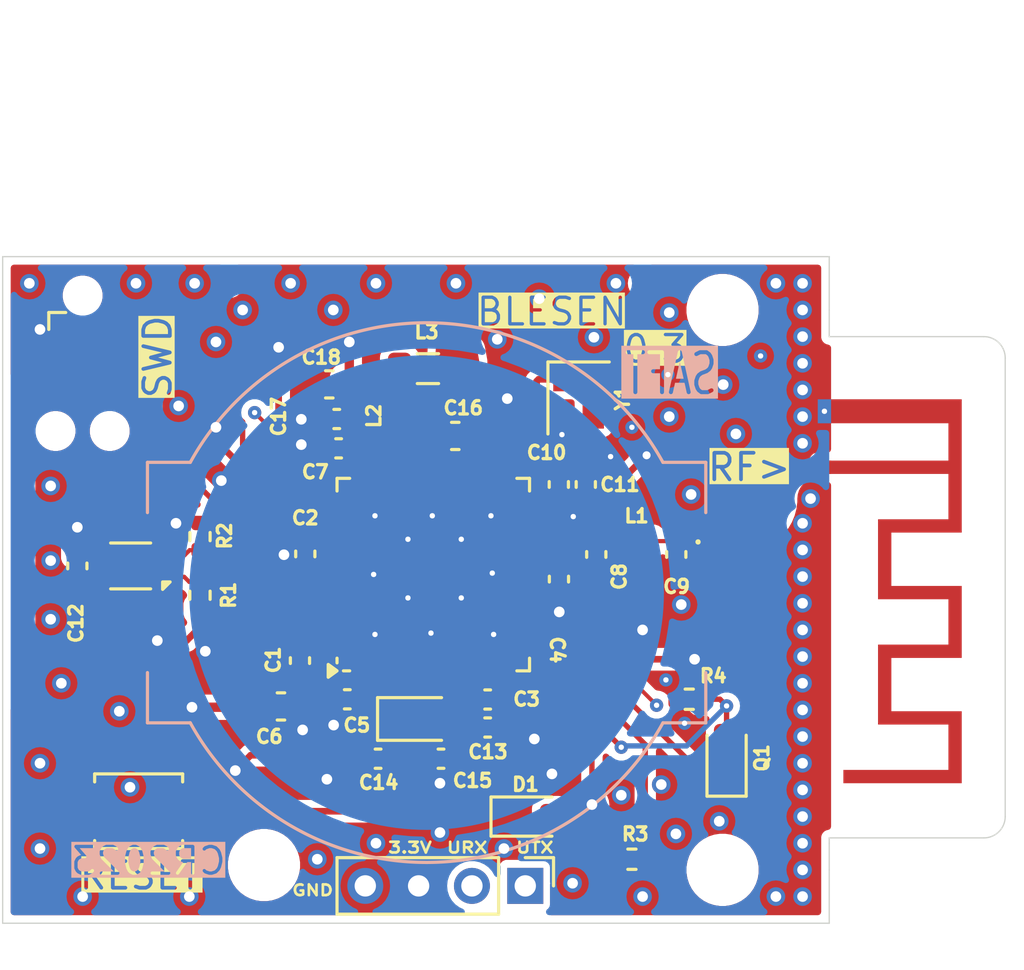
<source format=kicad_pcb>
(kicad_pcb (version 20240108) (generator "pcbnew") (generator_version "8.0")
  (layers (0 "F.Cu" signal) (1 "In1.Cu" signal) (2 "In2.Cu" signal) (31 "B.Cu" signal) (34 "B.Paste" user) (35 "F.Paste" user) (36 "B.SilkS" user "B.Silkscreen") (37 "F.SilkS" user "F.Silkscreen") (38 "B.Mask" user) (39 "F.Mask" user) (44 "Edge.Cuts" user))
  (net 0 "")
  (net 1 "+3.3V")
  (net 2 "GND")
  (net 4 "/RF_FLT_OUT")
  (net 10 "/NRST")
  (net 11 "SWDIO")
  (net 25 "/UART_TX")
  (net 26 "/UART_RX")
  (net 28 "/RF_ST_PIN")
  (net 30 "/RF_FLT_IN")
  (net 31 "/OSC_LSE_IN")
  (net 32 "/OSC_LSE_OUT")
  (net 34 "SDA")
  (net 35 "SCL")
  (net 36 "SWDCLK")
  (net 37 "/OSC_HSE_OUT")
  (net 38 "/OSC_HSE_IN")
  (net 39 "/VFBSMPS")
  (net 40 "Net-(D1-A)")
  (net 41 "/SMPSX")
  (net 42 "/SMPSXL")
  (net 43 "LED")
  (net 44 "PHOTO_OUT")
  (net 45 "PHOTO_V")
  (footprint "Inductor_SMD:L_0402_1005Metric" (layer "F.Cu") (at 142.89 83.13 90)
    (property "Reference" "L2")
    (property "Value" "10nH")
  )
  (footprint "Button_Switch_SMD:SW_SPST_B3U-1000P" (layer "F.Cu") (at 133.1 97.8 180)
    (property "Reference" "RST1" (hide yes))
    (property "Value" "B3U-1000P")
  )
  (footprint "Capacitor_SMD:C_0402_1005Metric" (layer "F.Cu") (at 146.19 93.61)
    (property "Reference" "C3")
    (property "Value" "100n")
  )
  (footprint "DLF162500:DLF162500LT-5028A1" (layer "F.Cu") (at 155.15 87.7)
    (property "Reference" "FLT1" (hide yes))
    (property "Value" "DLF162500LT-5028A1")
  )
  (footprint "Connector_PinHeader_2.00mm:PinHeader_1x04_P2.00mm_Vertical" (layer "F.Cu") (at 147.6 100.6 -90)
    (property "Reference" "J3" (hide yes))
    (property "Value" "~")
  )
  (footprint "Capacitor_SMD:C_0402_1005Metric" (layer "F.Cu") (at 148.863 89.0944 -90)
    (property "Reference" "C4")
    (property "Value" "100n")
  )
  (footprint "Resistor_SMD:R_0402_1005Metric" (layer "F.Cu") (at 135.4 89.7 90)
    (property "Reference" "R1")
    (property "Value" "10k")
  )
  (footprint "Diode_SMD:D_0603_1608Metric" (layer "F.Cu") (at 155.15 95.75 90)
    (property "Reference" "Q1")
    (property "Value" "Q_Photo_NPN")
  )
  (footprint "Capacitor_SMD:C_0402_1005Metric" (layer "F.Cu") (at 139.35 88.15 -90)
    (property "Reference" "C2")
    (property "Value" "100n")
  )
  (footprint "MountingHole:MountingHole_2.2mm_M2_DIN965" (layer "F.Cu") (at 155 79)
    (property "Reference" "H4" (hide yes))
    (property "Value" "MountingHole")
  )
  (footprint "Capacitor_SMD:C_0603_1608Metric" (layer "F.Cu") (at 144.975 83.725)
    (property "Reference" "C16")
    (property "Value" "4u7")
  )
  (footprint "Crystal:Crystal_SMD_2012-2Pin_2.0x1.2mm" (layer "F.Cu") (at 143.26 94.34)
    (property "Reference" "Y2" (hide yes))
    (property "Value" "32.768KHz")
  )
  (footprint "Resistor_SMD:R_0402_1005Metric" (layer "F.Cu") (at 135.4 87.5 -90)
    (property "Reference" "R2")
    (property "Value" "10k")
  )
  (footprint "Capacitor_SMD:C_0402_1005Metric" (layer "F.Cu") (at 146.19 94.66)
    (property "Reference" "C13")
    (property "Value" "100n")
  )
  (footprint "Capacitor_SMD:C_0603_1608Metric" (layer "F.Cu") (at 140.25 81.79 180)
    (property "Reference" "C18")
    (property "Value" "4u7")
  )
  (footprint "Capacitor_SMD:C_0402_1005Metric" (layer "F.Cu") (at 144.44 95.83)
    (property "Reference" "C15")
    (property "Value" "10p")
  )
  (footprint "Capacitor_SMD:C_0402_1005Metric" (layer "F.Cu") (at 150.263 88.1694 -90)
    (property "Reference" "C8")
    (property "Value" "0p8")
  )
  (footprint "Capacitor_SMD:C_0402_1005Metric" (layer "F.Cu") (at 130.8 88.6 -90)
    (property "Reference" "C12")
    (property "Value" "100n")
  )
  (footprint "Capacitor_SMD:C_0402_1005Metric" (layer "F.Cu") (at 148.858018 85.5444 90)
    (property "Reference" "C10")
    (property "Value" "100p")
  )
  (footprint "Capacitor_SMD:C_0402_1005Metric" (layer "F.Cu") (at 149.869678 85.5444 90)
    (property "Reference" "C11")
    (property "Value" "100n")
  )
  (footprint "Sensor_Humidity:Sensirion_DFN-4_1.5x1.5mm_P0.8mm_SHT4x_NoCentralPad" (layer "F.Cu") (at 132.8 88.6 180)
    (property "Reference" "U2" (hide yes))
    (property "Value" "SHT4x")
  )
  (footprint "Capacitor_SMD:C_0402_1005Metric" (layer "F.Cu") (at 139.15 92.15 -90)
    (property "Reference" "C1")
    (property "Value" "100n")
  )
  (footprint "Resistor_SMD:R_0402_1005Metric" (layer "F.Cu") (at 151.6 99.6)
    (property "Reference" "R3")
    (property "Value" "1k")
  )
  (footprint "Capacitor_SMD:C_0402_1005Metric" (layer "F.Cu") (at 140.6 84.19 180)
    (property "Reference" "C7")
    (property "Value" "100n")
  )
  (footprint "MountingHole:MountingHole_2.2mm_M2_DIN965" (layer "F.Cu") (at 155 100)
    (property "Reference" "H2" (hide yes))
    (property "Value" "MountingHole")
  )
  (footprint "Inductor_SMD:L_0805_2012Metric" (layer "F.Cu") (at 143.95 81.2)
    (property "Reference" "L3")
    (property "Value" "10uH")
  )
  (footprint "Inductor_SMD:L_0402_1005Metric" (layer "F.Cu") (at 151.763 87.6694)
    (property "Reference" "L1")
    (property "Value" "2nH7")
  )
  (footprint "Resistor_SMD:R_0402_1005Metric" (layer "F.Cu") (at 153.75 93.6)
    (property "Reference" "R4")
    (property "Value" "470")
  )
  (footprint "LED_SMD:LED_0603_1608Metric" (layer "F.Cu") (at 147.8 98)
    (property "Reference" "D1")
    (property "Value" "LED")
  )
  (footprint "Fiducial:Fiducial_0.5mm_Mask1mm" (layer "F.Cu") (at 136.5 78)
    (property "Reference" "FID1" (hide yes))
    (property "Value" "Fiducial")
  )
  (footprint "Capacitor_SMD:C_0603_1608Metric" (layer "F.Cu") (at 138.438 93.8694)
    (property "Reference" "C6")
    (property "Value" "4u7")
  )
  (footprint "RF_Antenna:Texas_SWRA117D_2.4GHz_Right" (layer "F.Cu") (at 158.82 84.9 -90)
    (property "Reference" "AE1" (hide yes))
    (property "Value" "Antenna")
  )
  (footprint "Fiducial:Fiducial_0.5mm_Mask1mm" (layer "F.Cu") (at 136.5 92.5)
    (property "Reference" "FID2" (hide yes))
    (property "Value" "Fiducial")
  )
  (footprint "Capacitor_SMD:C_0402_1005Metric" (layer "F.Cu") (at 142.08 95.83 180)
    (property "Reference" "C14")
    (property "Value" "10p")
  )
  (footprint "Capacitor_SMD:C_0402_1005Metric" (layer "F.Cu") (at 153.263 88.1694 -90)
    (property "Reference" "C9")
    (property "Value" "0p3")
  )
  (footprint "Capacitor_SMD:C_0402_1005Metric" (layer "F.Cu") (at 140.53 83.09 180)
    (property "Reference" "C17")
    (property "Value" "100n")
  )
  (footprint "MountingHole:MountingHole_2.2mm_M2_DIN965" (layer "F.Cu") (at 137.8 99.82)
    (property "Reference" "H3" (hide yes))
    (property "Value" "MountingHole")
  )
  (footprint "Capacitor_SMD:C_0402_1005Metric" (layer "F.Cu") (at 140.925 93.6024 180)
    (property "Reference" "C5")
    (property "Value" "100n")
  )
  (footprint "Crystal:Crystal_SMD_2016-4Pin_2.0x1.6mm" (layer "F.Cu") (at 149.6 82.3 -90)
    (property "Reference" "Y1")
    (property "Value" "32 MHz")
  )
  (footprint "Connector:Tag-Connect_TC2030-IDC-NL_2x03_P1.27mm_Vertical" (layer "F.Cu") (at 131 81 -90)
    (property "Reference" "J1" (hide yes))
    (property "Value" "Conn_ARM_SWD_TagConnect_TC2030")
  )
  (footprint "Package_DFN_QFN:QFN-48-1EP_7x7mm_P0.5mm_EP5.6x5.6mm" (layer "F.Cu") (at 144.15 88.925 90)
    (property "Reference" "U1" (hide yes))
    (property "Value" "STM32WB55CGUx" (hide yes))
  )
  (footprint "Fiducial:Fiducial_0.5mm_Mask1mm" (layer "F.Cu") (at 152 78)
    (property "Reference" "FID3" (hide yes))
    (property "Value" "Fiducial")
  )
  (footprint "Battery:BatteryHolder_MPD_BC2003_1x2032" (layer "B.Cu") (at 143.9 89.6 180)
    (property "Reference" "BT1" (hide yes))
    (property "Value" "Battery_Cell")
  )
  (gr_line (start 159 98.8) (end 159 99) (stroke (width 0.05)) (layer "Edge.Cuts"))
  (gr_line (start 159 79) (end 159 77) (stroke (width 0.05)) (layer "Edge.Cuts"))
  (gr_line (start 159 102) (end 159 100) (stroke (width 0.05)) (layer "Edge.Cuts"))
  (gr_arc (start 164.8 80) (mid 165.365685 80.234315) (end 165.6 80.8) (stroke (width 0.05)) (layer "Edge.Cuts"))
  (gr_line (start 159 98.8) (end 164.8 98.8) (stroke (width 0.05)) (layer "Edge.Cuts"))
  (gr_line (start 159 100) (end 159 99) (stroke (width 0.05)) (layer "Edge.Cuts"))
  (gr_line (start 159 80) (end 164.8 80) (stroke (width 0.05)) (layer "Edge.Cuts"))
  (gr_line (start 128 102) (end 159 102) (stroke (width 0.05)) (layer "Edge.Cuts"))
  (gr_line (start 165.6 98) (end 165.6 80.8) (stroke (width 0.05)) (layer "Edge.Cuts"))
  (gr_arc (start 165.6 98) (mid 165.365685 98.565685) (end 164.8 98.8) (stroke (width 0.05)) (layer "Edge.Cuts"))
  (gr_line (start 159 79) (end 159 80) (stroke (width 0.05)) (layer "Edge.Cuts"))
  (gr_line (start 128 102) (end 128 77) (stroke (width 0.05)) (layer "Edge.Cuts"))
  (gr_line (start 128 77) (end 159 77) (stroke (width 0.05)) (layer "Edge.Cuts"))
  (gr_text "CR2023" (at 136.45 100.25 0) (layer "B.SilkS" knockout) (effects (font (size 1 1) (thickness 0.125) (bold yes)) (justify left bottom mirror)))
  (gr_text "SAFT" (at 154.875 82.275 0) (layer "B.SilkS" knockout) (effects (font (size 1.5 1)) (justify left bottom mirror)))
  (gr_text "RESET" (at 130.8 100.8 0) (layer "F.SilkS" knockout) (effects (font (size 1 1) (thickness 0.14)) (justify left bottom)))
  (gr_text "BLESEN" (at 145.7 79.65 0) (layer "F.SilkS" knockout) (effects (font (size 1 1) (thickness 0.125) (bold yes)) (justify left bottom)))
  (gr_text "UTX" (at 147.2 99.4 0) (layer "F.SilkS") (effects (font (size 0.4 0.5) (thickness 0.1) (bold yes)) (justify left bottom)))
  (gr_text "RF>" (at 156 84.9 0) (layer "F.SilkS" knockout) (effects (font (size 1 1) (thickness 0.14))))
  (gr_text "URX" (at 144.6 99.4 0) (layer "F.SilkS") (effects (font (size 0.4 0.5) (thickness 0.1) (bold yes)) (justify left bottom)))
  (gr_text "SWD" (at 134.4 82.4 90) (layer "F.SilkS" knockout) (effects (font (size 1 1) (thickness 0.14)) (justify left bottom)))
  (gr_text "0.3" (at 151.2 81.05 0) (layer "F.SilkS" knockout) (effects (font (size 1 1) (thickness 0.125) (bold yes)) (justify left bottom)))
  (gr_text "3.3V" (at 142.4 99.4 0) (layer "F.SilkS") (effects (font (size 0.4 0.5) (thickness 0.1) (bold yes)) (justify left bottom)))
  (gr_text "GND" (at 138.8 101 0) (layer "F.SilkS") (effects (font (size 0.4 0.5) (thickness 0.1) (bold yes)) (justify left bottom)))
  (segment (start 139.15 91.67) (end 138.33 91.67) (width 0.35) (layer "F.Cu") (net 1))
  (segment (start 138.33 91.67) (end 137.663 92.337) (width 0.35) (layer "F.Cu") (net 1))
  (segment (start 141.4 93.5812) (end 141.4212 93.6024) (width 0.25) (layer "F.Cu") (net 1))
  (segment (start 141.8 84.4) (end 141.8 83.65) (width 0.25) (layer "F.Cu") (net 1))
  (segment (start 141 81.765) (end 141.025 81.79) (width 0.35) (layer "F.Cu") (net 1))
  (segment (start 134.9 91.4) (end 135.4 90.9) (width 0.25) (layer "F.Cu") (net 1))
  (segment (start 130.88 88.2) (end 130.8 88.12) (width 0.25) (layer "F.Cu") (net 1))
  (segment (start 149.6 90.1) (end 149.6 88.95) (width 0.25) (layer "F.Cu") (net 1))
  (segment (start 135.31 87) (end 135.4 87.09) (width 0.25) (layer "F.Cu") (net 1))
  (segment (start 145.71 93.61) (end 145.74 93.61) (width 0.15) (layer "F.Cu") (net 1))
  (segment (start 141.01 83.09) (end 141.01 81.805) (width 0.25) (layer "F.Cu") (net 1))
  (segment (start 139.35 87.25) (end 139.35 87.67) (width 0.25) (layer "F.Cu") (net 1))
  (segment (start 140.7075 87.67) (end 140.7125 87.675) (width 0.25) (layer "F.Cu") (net 1))
  (segment (start 148 88.175) (end 148.4394 88.6144) (width 0.25) (layer "F.Cu") (net 1))
  (segment (start 148.4394 88.6144) (end 148.863 88.6144) (width 0.25) (layer "F.Cu") (net 1))
  (segment (start 150.1 95.25) (end 147.9 93.05) (width 0.2) (layer "F.Cu") (net 1))
  (segment (start 145.875 93.05) (end 145.74 93.185) (width 0.2) (layer "F.Cu") (net 1))
  (segment (start 145.71 93.61) (end 145.71 93.59) (width 0.15) (layer "F.Cu") (net 1))
  (segment (start 145.26 93.61) (end 145.71 93.61) (width 0.25) (layer "F.Cu") (net 1))
  (segment (start 136 83.9) (end 139.35 87.25) (width 0.25) (layer "F.Cu") (net 1))
  (segment (start 144.9 92.3625) (end 144.9 93.25) (width 0.25) (layer "F.Cu") (net 1))
  (segment (start 140.375 85) (end 139.15 85) (width 0.25) (layer "F.Cu") (net 1))
  (segment (start 141.4 92.3625) (end 141.4 93.5812) (width 0.25) (layer "F.Cu") (net 1))
  (segment (start 139.15 85) (end 138.35 84.2) (width 0.25) (layer "F.Cu") (net 1))
  (segment (start 147.5875 86.675) (end 148.575 86.675) (width 0.25) (layer "F.Cu") (net 1))
  (segment (start 137.3 95.7) (end 140.3 95.7) (width 0.25) (layer "F.Cu") (net 1))
  (segment (start 152.15 84.45) (end 150.5756 86.0244) (width 0.25) (layer "F.Cu") (net 1))
  (segment (start 153.95 92.1) (end 151.6 92.1) (width 0.25) (layer "F.Cu") (net 1))
  (segment (start 136 83.4) (end 136 83.9) (width 0.25) (layer "F.Cu") (net 1))
  (segment (start 139.35 87.67) (end 140.7075 87.67) (width 0.25) (layer "F.Cu") (net 1))
  (segment (start 133.8 91.4) (end 134.9 91.4) (width 0.25) (layer "F.Cu") (net 1))
  (segment (start 132.1 88.2) (end 130.88 88.2) (width 0.25) (layer "F.Cu") (net 1))
  (segment (start 148.858018 86.0244) (end 149.888 86.0244) (width 0.25) (layer "F.Cu") (net 1))
  (segment (start 141 80.2) (end 141 81.765) (width 0.35) (layer "F.Cu") (net 1))
  (segment (start 151.6 92.1) (end 149.6 90.1) (width 0.25) (layer "F.Cu") (net 1))
  (segment (start 135.1 93.9) (end 137.6324 93.9) (width 0.35) (layer "F.Cu") (net 1))
  (segment (start 137.738 93.7944) (end 137.663 93.8694) (width 0.25) (layer "F.Cu") (net 1))
  (segment (start 149.2644 88.6144) (end 148.863 88.6144) (width 0.25) (layer "F.Cu") (net 1))
  (segment (start 137.6324 93.9) (end 137.663 93.8694) (width 0.35) (layer "F.Cu") (net 1))
  (segment (start 139.155 91.675) (end 139.15 91.67) (width 0.25) (layer "F.Cu") (net 1))
  (segment (start 137.663 92.337) (end 137.663 93.8694) (width 0.35) (layer "F.Cu") (net 1))
  (segment (start 141.9 85.4875) (end 141.9 85.103498) (width 0.25) (layer "F.Cu") (net 1))
  (segment (start 150.1 97.55) (end 150.1 95.25) (width 0.2) (layer "F.Cu") (net 1))
  (segment (start 130.8 87.15) (end 130.8 88.12) (width 0.25) (layer "F.Cu") (net 1))
  (segment (start 141.08 84.295) (end 140.375 85) (width 0.25) (layer "F.Cu") (net 1))
  (segment (start 140.7125 91.675) (end 139.155 91.675) (width 0.25) (layer "F.Cu") (net 1))
  (segment (start 147.9 93.05) (end 145.875 93.05) (width 0.2) (layer "F.Cu") (net 1))
  (segment (start 145.71 93.61) (end 145.71 93.555) (width 0.15) (layer "F.Cu") (net 1))
  (segment (start 135.4 90.9) (end 135.4 90.31) (width 0.25) (layer "F.Cu") (net 1))
  (segment (start 141.24 83.09) (end 141.01 83.09) (width 0.25) (layer "F.Cu") (net 1))
  (segment (start 141.9 85.103498) (end 141.08 84.283498) (width 0.25) (layer "F.Cu") (net 1))
  (segment (start 134.5 87) (end 135.31 87) (width 0.25) (layer "F.Cu") (net 1))
  (segment (start 149.6 88.95) (end 149.2644 88.6144) (width 0.25) (layer "F.Cu") (net 1))
  (segment (start 148.575 86.675) (end 148.858018 86.391982) (width 0.25) (layer "F.Cu") (net 1))
  (segment (start 147.5875 88.175) (end 148 88.175) (width 0.25) (layer "F.Cu") (net 1))
  (segment (start 129.4 79.73) (end 130.365 79.73) (width 0.25) (layer "F.Cu") (net 1))
  (segment (start 141.8 83.65) (end 141.24 83.09) (width 0.25) (layer "F.Cu") (net 1))
  (segment (start 141.08 84.283498) (end 141.08 84.19) (width 0.25) (layer "F.Cu") (net 1))
  (segment (start 148.858018 86.391982) (end 148.858018 86.0244) (width 0.25) (layer "F.Cu") (net 1))
  (segment (start 142.4 85) (end 141.8 84.4) (width 0.25) (layer "F.Cu") (net 1))
  (segment (start 141.08 84.19) (end 141.08 84.295) (width 0.25) (layer "F.Cu") (net 1))
  (segment (start 142.4 85.4875) (end 142.4 85) (width 0.25) (layer "F.Cu") (net 1))
  (segment (start 141.4212 94.5788) (end 141.4212 93.6024) (width 0.25) (layer "F.Cu") (net 1))
  (segment (start 150.5756 86.0244) (end 149.869678 86.0244) (width 0.25) (layer "F.Cu") (net 1))
  (segment (start 136.725 96.275) (end 137.3 95.7) (width 0.25) (layer "F.Cu") (net 1))
  (segment (start 138.35 84.2) (end 138.35 80.5) (width 0.25) (layer "F.Cu") (net 1))
  (segment (start 144.9 93.25) (end 145.26 93.61) (width 0.25) (layer "F.Cu") (net 1))
  (segment (start 145.74 93.185) (end 145.74 93.61) (width 0.2) (layer "F.Cu") (net 1))
  (segment (start 140.3 95.7) (end 141.4212 94.5788) (width 0.25) (layer "F.Cu") (net 1))
  (via (at 141 80.2) (size 0.7) (drill 0.4) (layers "F.Cu" "B.Cu") (net 1))
  (via (at 134.5 87) (size 0.7) (drill 0.4) (layers "F.Cu" "B.Cu") (net 1))
  (via (at 133.8 91.4) (size 0.7) (drill 0.4) (layers "F.Cu" "B.Cu") (net 1))
  (via (at 136 83.4) (size 0.7) (drill 0.4) (layers "F.Cu" "B.Cu") (net 1))
  (via (at 135.1 93.9) (size 0.7) (drill 0.4) (layers "F.Cu" "B.Cu") (net 1))
  (via (at 152.15 84.45) (size 0.7) (drill 0.3) (layers "F.Cu" "B.Cu") (net 1))
  (via (at 153.95 92.1) (size 0.7) (drill 0.4) (layers "F.Cu" "B.Cu") (net 1))
  (via (at 138.35 80.4) (size 0.7) (drill 0.4) (layers "F.Cu" "B.Cu") (net 1))
  (via (at 136.725 96.275) (size 0.7) (drill 0.4) (layers "F.Cu" "B.Cu") (net 1))
  (via (at 130.8 87.15) (size 0.7) (drill 0.4) (layers "F.Cu" "B.Cu") (net 1))
  (via (at 129.4 79.73) (size 0.8) (drill 0.4) (layers "F.Cu" "B.Cu") (net 1))
  (via (at 150.1 97.55) (size 0.7) (drill 0.4) (layers "F.Cu" "B.Cu") (net 1))
  (arc (start 137.663 93.8694) (mid 137.759874 93.829274) (end 137.8 93.7324) (width 0.25) (layer "F.Cu") (net 1))
  (arc (start 141.01 81.805) (mid 141.014393 81.794393) (end 141.025 81.79) (width 0.25) (layer "F.Cu") (net 1))
  (segment (start 139.214 93.8434) (end 139.227 93.8564) (width 0.25) (layer "F.Cu") (net 2))
  (segment (start 139 88.63) (end 139.35 88.63) (width 0.25) (layer "F.Cu") (net 2))
  (segment (start 148.975 83.075) (end 149.05 83) (width 0.5) (layer "F.Cu") (net 2))
  (segment (start 147.5875 87.175) (end 145.9 87.175) (width 0.25) (layer "F.Cu") (net 2))
  (segment (start 138.55 88.18) (end 139 88.63) (width 0.25) (layer "F.Cu") (net 2))
  (segment (start 143.4 85.4875) (end 143.4 88.175) (width 0.25) (layer "F.Cu") (net 2))
  (segment (start 149.05 83) (end 149.05 82.8) (width 0.25) (layer "F.Cu") (net 2))
  (segment (start 148.975 83.675) (end 148.975 83.075) (width 0.5) (layer "F.Cu") (net 2))
  (segment (start 150.15 81.854) (end 150.15 81.6) (width 0.25) (layer "F.Cu") (net 2))
  (segment (start 143.4 88.175) (end 144.15 88.925) (width 0.25) (layer "F.Cu") (net 2))
  (via (at 148.875 90.325) (size 0.7) (drill 0.4) (layers "F.Cu" "B.Cu") (net 2))
  (via (at 145.2 89.8) (size 0.5) (drill 0.2) (layers "F.Cu" "B.Cu") (net 2))
  (via (at 140.16 96.6) (size 0.7) (drill 0.4) (layers "F.Cu" "B.Cu") (net 2))
  (via (at 158 79) (size 0.7) (drill 0.4) (layers "F.Cu" "B.Cu") (net 2))
  (via (at 141.963 86.7194) (size 0.5) (drill 0.2) (layers "F.Cu" "B.Cu") (net 2))
  (via (at 145.2 87.6) (size 0.5) (drill 0.2) (layers "F.Cu" "B.Cu") (net 2))
  (via (at 129.4 96) (size 0.7) (drill 0.4) (layers "F.Cu" "B.Cu") (net 2))
  (via (at 135.6 91.8) (size 0.7) (drill 0.4) (layers "F.Cu" "B.Cu") (net 2))
  (via (at 152 101) (size 0.7) (drill 0.4) (layers "F.Cu" "B.Cu") (net 2))
  (via (at 130.2 93) (size 0.7) (drill 0.4) (layers "F.Cu" "B.Cu") (net 2))
  (via (at 146.413 91.1694) (size 0.5) (drill 0.2) (layers "F.Cu" "B.Cu") (net 2))
  (via (at 158 93) (size 0.7) (drill 0.4) (layers "F.Cu" "B.Cu") (net 2))
  (via (at 146.8 99.2) (size 0.7) (drill 0.4) (layers "F.Cu" "B.Cu") (net 2))
  (via (at 149.375 100.5) (size 0.7) (drill 0.4) (layers "F.Cu" "B.Cu") (net 2))
  (via (at 148.975 83.675) (size 0.5) (drill 0.2) (layers "F.Cu" "B.Cu") (net 2))
  (via (at 158 81) (size 0.7) (drill 0.4) (layers "F.Cu" "B.Cu") (net 2))
  (via (at 158.3 86.075) (size 0.7) (drill 0.4) (layers "F.Cu" "B.Cu") (net 2))
  (via (at 158 78) (size 0.7) (drill 0.4) (layers "F.Cu" "B.Cu") (net 2))
  (via (at 158 83) (size 0.7) (drill 0.4) (layers "F.Cu" "B.Cu") (net 2))
  (via (at 131 101) (size 0.7) (drill 0.4) (layers "F.Cu" "B.Cu") (net 2))
  (via (at 134.6 82.6) (size 0.7) (drill 0.4) (layers "F.Cu" "B.Cu") (net 2))
  (via (at 143.2 89.8) (size 0.5) (drill 0.2) (layers "F.Cu" "B.Cu") (net 2))
  (via (at 155.5 83.65) (size 0.7) (drill 0.4) (layers "F.Cu" "B.Cu") (net 2))
  (via (at 152.7 96.8) (size 0.7) (drill 0.4) (layers "F.Cu" "B.Cu") (net 2))
  (via (at 129.8 85.6) (size 0.7) (drill 0.4) (layers "F.Cu" "B.Cu") (net 2))
  (via (at 132.775 96.9) (size 0.7) (drill 0.4) (layers "F.Cu" "B.Cu") (net 2))
  (via (at 129.8 88.4) (size 0.7) (drill 0.4) (layers "F.Cu" "B.Cu") (net 2))
  (via (at 158 89) (size 0.7) (drill 0.4) (layers "F.Cu" "B.Cu") (net 2))
  (via (at 142 99) (size 0.7) (drill 0.4) (layers "F.Cu" "B.Cu") (net 2))
  (via (at 158 101) (size 0.7) (drill 0.4) (layers "F.Cu" "B.Cu") (net 2))
  (via (at 144.4 96.75) (size 0.7) (drill 0.4) (layers "F.Cu" "B.Cu") (net 2))
  (via (at 139.2 84.05) (size 0.7) (drill 0.4) (layers "F.Cu" "B.Cu") (net 2))
  (via (at 139.2 83.1) (size 0.7) (drill 0.4) (layers "F.Cu" "B.Cu") (net 2))
  (via (at 139.25 94.75) (size 0.7) (drill 0.4) (layers "F.Cu" "B.Cu") (net 2))
  (via (at 139.8 99.6) (size 0.7) (drill 0.4) (layers "F.Cu" "B.Cu") (net 2))
  (via (at 153.25 98.65) (size 0.7) (drill 0.4) (layers "F.Cu" "B.Cu") (net 2))
  (via (at 152.95 81.425) (size 0.5) (drill 0.2) (layers "F.Cu" "B.Cu") (net 2))
  (via (at 138.55 88.18) (size 0.7) (drill 0.4) (layers "F.Cu" "B.Cu") (net 2))
  (via (at 148.6 96.4) (size 0.7) (drill 0.4) (layers "F.Cu" "B.Cu") (net 2))
  (via (at 158 99) (size 0.7) (drill 0.4) (layers "F.Cu" "B.Cu") (net 2))
  (via (at 135 101) (size 0.7) (drill 0.4) (layers "F.Cu" "B.Cu") (net 2))
  (via (at 140.4 79) (size 0.7) (drill 0.4) (layers "F.Cu" "B.Cu") (net 2))
  (via (at 146.363 88.8694) (size 0.5) (drill 0.2) (layers "F.Cu" "B.Cu") (net 2))
  (via (at 135.2 78) (size 0.7) (drill 0.4) (layers "F.Cu" "B.Cu") (net 2))
  (via (at 158 91) (size 0.7) (drill 0.4) (layers "F.Cu" "B.Cu") (net 2))
  (via (at 153.82 85.92) (size 0.7) (drill 0.4) (layers "F.Cu" "B.Cu") (net 2))
  (via (at 149.4 86.75) (size 0.5) (drill 0.2) (layers "F.Cu" "B.Cu") (net 2))
  (via (at 158 94) (size 0.7) (drill 0.4) (layers "F.Cu" "B.Cu") (net 2))
  (via (at 136.2 85.4) (size 0.7) (drill 0.4) (layers "F.Cu" "B.Cu") (net 2))
  (via (at 133 78) (size 0.7) (drill 0.4) (layers "F.Cu" "B.Cu") (net 2))
  (via (at 158 87) (size 0.7) (drill 0.4) (layers "F.Cu" "B.Cu") (net 2))
  (via (at 138.8 78) (size 0.7) (drill 0.4) (layers "F.Cu" "B.Cu") (net 2))
  (via (at 153 79.1) (size 0.7) (drill 0.4) (layers "F.Cu" "B.Cu") (net 2))
  (via (at 132.375 94.05) (size 0.7) (drill 0.4) (layers "F.Cu" "B.Cu") (net 2))
  (via (at 150.175 80.025) (size 0.7) (drill 0.4) (layers "F.Cu" "B.Cu") (net 2))
  (via (at 157 101) (size 0.7) (drill 0.4) (layers "F.Cu" "B.Cu") (net 2))
  (via (at 146.313 86.7194) (size 0.5) (drill 0.2) (layers "F.Cu" "B.Cu") (net 2))
  (via (at 158 98) (size 0.7) (drill 0.4) (layers "F.Cu" "B.Cu") (net 2))
  (via (at 142 78) (size 0.7) (drill 0.4) (layers "F.Cu" "B.Cu") (net 2))
  (via (at 154.875 98.175) (size 0.7) (drill 0.4) (layers "F.Cu" "B.Cu") (net 2))
  (via (at 158 100) (size 0.7) (drill 0.4) (layers "F.Cu" "B.Cu") (net 2))
  (via (at 151.2 97.2) (size 0.7) (drill 0.4) (layers "F.Cu" "B.Cu") (net 2))
  (via (at 158 84) (size 0.7) (drill 0.4) (layers "F.Cu" "B.Cu") (net 2))
  (via (at 136 80.2) (size 0.7) (drill 0.4) (layers "F.Cu" "B.Cu") (net 2))
  (via (at 144.063 91.1194) (size 0.5) (drill 0.2) (layers "F.Cu" "B.Cu") (net 2))
  (via (at 158 82) (size 0.7) (drill 0.4) (layers "F.Cu" "B.Cu") (net 2))
  (via (at 152.875 92.875) (size 0.5) (drill 0.2) (layers "F.Cu" "B.Cu") (net 2))
  (via (at 148.125 78.575) (size 0.7) (drill 0.4) (layers "F.Cu" "B.Cu") (net 2))
  (via (at 153 83) (size 0.7) (drill 0.4) (layers "F.Cu" "B.Cu") (net 2))
  (via (at 144.4 98.6) (size 0.7) (drill 0.4) (layers "F.Cu" "B.Cu") (net 2))
  (via (at 146.55 80.1) (size 0.7) (drill 0.4) (layers "F.Cu" "B.Cu") (net 2))
  (via (at 153.575 94.5) (size 0.5) (drill 0.2) (layers "F.Cu" "B.Cu") (net 2))
  (via (at 147.94 95.09) (size 0.7) (drill 0.4) (layers "F.Cu" "B.Cu") (net 2))
  (via (at 158 92) (size 0.7) (drill 0.4) (layers "F.Cu" "B.Cu") (net 2))
  (via (at 158 95) (size 0.7) (drill 0.4) (layers "F.Cu" "B.Cu") (net 2))
  (via (at 129.8 90.6) (size 0.7) (drill 0.4) (layers "F.Cu" "B.Cu") (net 2))
  (via (at 141.913 88.9194) (size 0.5) (drill 0.2) (layers "F.Cu" "B.Cu") (net 2))
  (via (at 157 78) (size 0.7) (drill 0.4) (layers "F.Cu" "B.Cu") (net 2))
  (via (at 153.45 90.05) (size 0.7) (drill 0.4) (layers "F.Cu" "B.Cu") (net 2))
  (via (at 158 90) (size 0.7) (drill 0.4) (layers "F.Cu" "B.Cu") (net 2))
  (via (at 158 88) (size 0.7) (drill 0.4) (layers "F.Cu" "B.Cu") (net 2))
  (via (at 129.4 99.2) (size 0.7) (drill 0.4) (layers "F.Cu" "B.Cu") (net 2))
  (via (at 141.963 91.1694) (size 0.5) (drill 0.2) (layers "F.Cu" "B.Cu") (net 2))
  (via (at 158 80) (size 0.7) (drill 0.4) (layers "F.Cu" "B.Cu") (net 2))
  (via (at 145 78) (size 0.7) (drill 0.4) (layers "F.Cu" "B.Cu") (net 2))
  (via (at 144.113 86.7194) (size 0.5) (drill 0.2) (layers "F.Cu" "B.Cu") (net 2))
  (via (at 158 97) (size 0.7) (drill 0.4) (layers "F.Cu" "B.Cu") (net 2))
  (via (at 155.025 81.8) (size 0.7) (drill 0.4) (layers "F.Cu" "B.Cu") (net 2))
  (via (at 143.2 87.6) (size 0.5) (drill 0.2) (layers "F.Cu" "B.Cu") (net 2))
  (via (at 129 78) (size 0.7) (drill 0.4) (layers "F.Cu" "B.Cu") (net 2))
  (via (at 146.925 82.325) (size 0.7) (drill 0.4) (layers "F.Cu" "B.Cu") (net 2))
  (via (at 137 79) (size 0.7) (drill 0.4) (layers "F.Cu" "B.Cu") (net 2))
  (via (at 158 96) (size 0.7) (drill 0.4) (layers "F.Cu" "B.Cu") (net 2))
  (via (at 152 91) (size 0.7) (drill 0.4) (layers "F.Cu" "B.Cu") (net 2))
  (via (at 151 78) (size 0.7) (drill 0.4) (layers "F.Cu" "B.Cu") (net 2))
  (via (at 140.413 94.5694) (size 0.7) (drill 0.4) (layers "F.Cu" "B.Cu") (net 2))
  (via (at 150.8 84.5) (size 0.5) (drill 0.2) (layers "F.Cu" "B.Cu") (net 2))
  (via (at 151.6 83.4) (size 0.5) (drill 0.2) (layers "F.Cu" "B.Cu") (net 2))
  (via (at 156.425 80.725) (size 0.5) (drill 0.2) (layers "F.Cu" "B.Cu") (net 2))
  (arc (start 145.9 87.175) (mid 144.662563 87.687563) (end 144.15 88.925) (width 0.25) (layer "F.Cu") (net 2))
  (segment (start 137.675 93.9) (end 137.7 93.875) (width 0.3) (layer "B.Cu") (net 2))
  (segment (start 155.7825 87.68) (end 155.7625 87.7) (width 0.1565) (layer "F.Cu") (net 4))
  (segment (start 155.82 87.68) (end 155.7825 87.68) (width 0.1565) (layer "F.Cu") (net 4))
  (segment (start 158.82 84.9) (end 158.6 84.9) (width 0.1565) (layer "F.Cu") (net 4))
  (arc (start 157.425 86.075) (mid 156.954906 87.209906) (end 155.82 87.68) (width 0.1565) (layer "F.Cu") (net 4))
  (arc (start 158.6 84.9) (mid 157.76915 85.24415) (end 157.425 86.075) (width 0.1565) (layer "F.Cu") (net 4))
  (segment (start 145.05 97.8) (end 134.8 97.8) (width 0.25) (layer "F.Cu") (net 10))
  (segment (start 145.71 97.14) (end 145.05 97.8) (width 0.25) (layer "F.Cu") (net 10))
  (segment (start 145.71 94.66) (end 145.75 94.7) (width 0.2) (layer "F.Cu") (net 10))
  (segment (start 129.9 94.2) (end 129.4 94.2) (width 0.25) (layer "F.Cu") (net 10))
  (segment (start 129.6 81) (end 130.365 81) (width 0.25) (layer "F.Cu") (net 10))
  (segment (start 128.8 81.8) (end 129.6 81) (width 0.25) (layer "F.Cu") (net 10))
  (segment (start 131.2 95.5) (end 129.9 94.2) (width 0.25) (layer "F.Cu") (net 10))
  (segment (start 144.4 92.3625) (end 144.4 93.35) (width 0.2) (layer "F.Cu") (net 10))
  (segment (start 134.8 97.8) (end 134.8 96.3) (width 0.25) (layer "F.Cu") (net 10))
  (segment (start 145.71 94.66) (end 145.71 97.14) (width 0.25) (layer "F.Cu") (net 10))
  (segment (start 129.4 94.2) (end 128.8 93.6) (width 0.25) (layer "F.Cu") (net 10))
  (segment (start 144.4 93.35) (end 145.71 94.66) (width 0.2) (layer "F.Cu") (net 10))
  (segment (start 134 95.5) (end 131.2 95.5) (width 0.25) (layer "F.Cu") (net 10))
  (segment (start 134.8 96.3) (end 134 95.5) (width 0.25) (layer "F.Cu") (net 10))
  (segment (start 128.8 93.6) (end 128.8 81.8) (width 0.25) (layer "F.Cu") (net 10))
  (segment (start 137 84.05) (end 137 83.2) (width 0.2) (layer "F.Cu") (net 11))
  (segment (start 140.7125 87.175) (end 140.125 87.175) (width 0.2) (layer "F.Cu") (net 11))
  (segment (start 133.6 79.8) (end 131.705 79.8) (width 0.2) (layer "F.Cu") (net 11))
  (segment (start 140.125 87.175) (end 137 84.05) (width 0.2) (layer "F.Cu") (net 11))
  (segment (start 137 83.2) (end 133.6 79.8) (width 0.2) (layer "F.Cu") (net 11))
  (segment (start 131.705 79.8) (end 131.635 79.73) (width 0.2) (layer "F.Cu") (net 11))
  (segment (start 148.024999 89.175) (end 147.5875 89.175) (width 0.15) (layer "F.Cu") (net 25))
  (segment (start 149.675 90.975) (end 148.625 90.975) (width 0.15) (layer "F.Cu") (net 25))
  (segment (start 148.227 89.377001) (end 148.024999 89.175) (width 0.15) (layer "F.Cu") (net 25))
  (segment (start 148.227 90.577) (end 148.227 89.377001) (width 0.15) (layer "F.Cu") (net 25))
  (segment (start 148.625 90.975) (end 148.227 90.577) (width 0.15) (layer "F.Cu") (net 25))
  (segment (start 152.525 93.825) (end 149.675 90.975) (width 0.15) (layer "F.Cu") (net 25))
  (via (at 152.525 93.825) (size 0.5) (drill 0.2) (layers "F.Cu" "B.Cu") (net 25))
  (segment (start 137.45 82.85) (end 137.8 83.2) (width 0.15) (layer "F.Cu") (net 26))
  (segment (start 137.8 84.225) (end 139.0625 85.4875) (width 0.15) (layer "F.Cu") (net 26))
  (segment (start 139.0625 85.4875) (end 141.4 85.4875) (width 0.15) (layer "F.Cu") (net 26))
  (segment (start 137.8 83.2) (end 137.8 84.225) (width 0.15) (layer "F.Cu") (net 26))
  (via (at 137.45 82.85) (size 0.5) (drill 0.2) (layers "F.Cu" "B.Cu") (net 26))
  (segment (start 147.5875 87.675) (end 150.2486 87.675) (width 0.1565) (layer "F.Cu") (net 28))
  (segment (start 151.258 87.6894) (end 151.278 87.6694) (width 0.1565) (layer "F.Cu") (net 28))
  (segment (start 150.263 87.6894) (end 151.258 87.6894) (width 0.1565) (layer "F.Cu") (net 28))
  (segment (start 150.2486 87.675) (end 150.263 87.6894) (width 0.1565) (layer "F.Cu") (net 28))
  (segment (start 153.263 87.6894) (end 154.3969 87.6894) (width 0.1565) (layer "F.Cu") (net 30))
  (segment (start 153.243 87.6694) (end 153.263 87.6894) (width 0.1565) (layer "F.Cu") (net 30))
  (segment (start 152.248 87.6694) (end 153.243 87.6694) (width 0.1565) (layer "F.Cu") (net 30))
  (segment (start 141.9 93.02) (end 141.9 92.3625) (width 0.25) (layer "F.Cu") (net 31))
  (segment (start 142.56 95.83) (end 142.56 94.34) (width 0.25) (layer "F.Cu") (net 31))
  (segment (start 142.56 93.68) (end 141.9 93.02) (width 0.25) (layer "F.Cu") (net 31))
  (segment (start 142.56 94.34) (end 142.56 93.68) (width 0.25) (layer "F.Cu") (net 31))
  (segment (start 142.85 93.2) (end 143.475 93.2) (width 0.25) (layer "F.Cu") (net 32))
  (segment (start 143.96 93.685) (end 143.96 94.34) (width 0.25) (layer "F.Cu") (net 32))
  (segment (start 142.4 92.75) (end 142.85 93.2) (width 0.25) (layer "F.Cu") (net 32))
  (segment (start 142.4 92.3625) (end 142.4 92.75) (width 0.25) (layer "F.Cu") (net 32))
  (segment (start 143.475 93.2) (end 143.96 93.685) (width 0.25) (layer "F.Cu") (net 32))
  (segment (start 143.96 95.83) (end 143.96 94.34) (width 0.25) (layer "F.Cu") (net 32))
  (segment (start 135.49 89.2) (end 135.4 89.29) (width 0.157) (layer "F.Cu") (net 34))
  (segment (start 135 89.2) (end 134.81 89.01) (width 0.157) (layer "F.Cu") (net 34))
  (segment (start 137.8 90.8) (end 136.2 89.2) (width 0.157) (layer "F.Cu") (net 34))
  (segment (start 140.7125 91.175) (end 139.975 91.175) (width 0.157) (layer "F.Cu") (net 34))
  (segment (start 136.2 89.2) (end 135.49 89.2) (width 0.157) (layer "F.Cu") (net 34))
  (segment (start 134.81 89.01) (end 133.49 89.01) (width 0.157) (layer "F.Cu") (net 34))
  (segment (start 135.39 89.2) (end 135 89.2) (width 0.157) (layer "F.Cu") (net 34))
  (segment (start 139.6 90.8) (end 137.8 90.8) (width 0.157) (layer "F.Cu") (net 34))
  (segment (start 139.975 91.175) (end 139.6 90.8) (width 0.157) (layer "F.Cu") (net 34))
  (segment (start 140.225 90.675) (end 139.975 90.675) (width 0.157) (layer "F.Cu") (net 35))
  (segment (start 134.82 88.2) (end 133.5 88.2) (width 0.157) (layer "F.Cu") (net 35))
  (segment (start 135.4 88.01) (end 135.01 88.01) (width 0.157) (layer "F.Cu") (net 35))
  (segment (start 136.225 88.01) (end 135.4 88.01) (width 0.157) (layer "F.Cu") (net 35))
  (segment (start 140.7125 90.675) (end 140.225 90.675) (width 0.25) (layer "F.Cu") (net 35))
  (segment (start 139.25 89.95) (end 138.165 89.95) (width 0.157) (layer "F.Cu") (net 35))
  (segment (start 139.975 90.675) (end 139.25 89.95) (width 0.157) (layer "F.Cu") (net 35))
  (segment (start 135.01 88.01) (end 134.82 88.2) (width 0.157) (layer "F.Cu") (net 35))
  (segment (start 138.165 89.95) (end 136.225 88.01) (width 0.157) (layer "F.Cu") (net 35))
  (segment (start 139.7 89.3) (end 138.853998 89.3) (width 0.2) (layer "F.Cu") (net 36))
  (segment (start 133.6 83.85) (end 133.6 82.4) (width 0.2) (layer "F.Cu") (net 36))
  (segment (start 140.225 88.175) (end 140 88.4) (width 0.2) (layer "F.Cu") (net 36))
  (segment (start 140.7125 88.175) (end 140.225 88.175) (width 0.2) (layer "F.Cu") (net 36))
  (segment (start 138.853998 89.3) (end 137.973 88.419002) (width 0.2) (layer "F.Cu") (net 36))
  (segment (start 137.973 88.419002) (end 137.973 88.223) (width 0.2) (layer "F.Cu") (net 36))
  (segment (start 140 88.4) (end 140 89) (width 0.2) (layer "F.Cu") (net 36))
  (segment (start 133.6 82.4) (end 132.2 81) (width 0.2) (layer "F.Cu") (net 36))
  (segment (start 137.973 88.223) (end 133.6 83.85) (width 0.2) (layer "F.Cu") (net 36))
  (segment (start 132.2 81) (end 131.635 81) (width 0.2) (layer "F.Cu") (net 36))
  (segment (start 140 89) (end 139.7 89.3) (width 0.2) (layer "F.Cu") (net 36))
  (segment (start 147.6 84.925) (end 148.3 84.225) (width 0.25) (layer "F.Cu") (net 37))
  (segment (start 147.6 86.1625) (end 147.6 84.925) (width 0.25) (layer "F.Cu") (net 37))
  (segment (start 150.15 83.825) (end 150.15 83) (width 0.25) (layer "F.Cu") (net 37))
  (segment (start 148.3 84.225) (end 149.75 84.225) (width 0.25) (layer "F.Cu") (net 37))
  (segment (start 147.5875 86.175) (end 147.6 86.1625) (width 0.25) (layer "F.Cu") (net 37))
  (segment (start 149.75 84.225) (end 150.15 83.825) (width 0.25) (layer "F.Cu") (net 37))
  (segment (start 148.025 83.575) (end 148.025 81.675) (width 0.25) (layer "F.Cu") (net 38))
  (segment (start 148.1 81.6) (end 148.025 81.675) (width 0.25) (layer "F.Cu") (net 38))
  (segment (start 149.05 81.6) (end 148.1 81.6) (width 0.25) (layer "F.Cu") (net 38))
  (segment (start 146.9 85.4875) (end 146.9 84.7) (width 0.25) (layer "F.Cu") (net 38))
  (segment (start 146.9 84.7) (end 148.025 83.575) (width 0.25) (layer "F.Cu") (net 38))
  (segment (start 143.9 84.95) (end 143.9 84.675) (width 0.5) (layer "F.Cu") (net 39))
  (segment (start 143.9 84.95) (end 143.9 85.4875) (width 0.25) (layer "F.Cu") (net 39))
  (segment (start 150.8 99.6) (end 149.2 98) (width 0.25) (layer "F.Cu") (net 40))
  (segment (start 151.09 99.6) (end 150.8 99.6) (width 0.25) (layer "F.Cu") (net 40))
  (segment (start 149.2 98) (end 148.5875 98) (width 0.25) (layer "F.Cu") (net 40))
  (segment (start 142.9 83.625) (end 142.89 83.615) (width 0.5) (layer "F.Cu") (net 41))
  (segment (start 142.9 85.4875) (end 142.9 84.95) (width 0.25) (layer "F.Cu") (net 41))
  (segment (start 142.9 84.95) (end 142.9 83.625) (width 0.5) (layer "F.Cu") (net 41))
  (segment (start 142.89 81.2275) (end 142.8625 81.2) (width 0.5) (layer "F.Cu") (net 42))
  (segment (start 142.89 82.3425) (end 142.89 81.2275) (width 0.5) (layer "F.Cu") (net 42))
  (segment (start 152.1 99.59) (end 152.11 99.6) (width 0.2) (layer "F.Cu") (net 43))
  (segment (start 148.375 91.8) (end 148.6 91.8) (width 0.2) (layer "F.Cu") (net 43))
  (segment (start 148.6 91.8) (end 152.1 95.3) (width 0.2) (layer "F.Cu") (net 43))
  (segment (start 147.5875 91.675) (end 148.25 91.675) (width 0.2) (layer "F.Cu") (net 43))
  (segment (start 152.1 95.3) (end 152.1 99.59) (width 0.2) (layer "F.Cu") (net 43))
  (segment (start 148.25 91.675) (end 148.375 91.8) (width 0.2) (layer "F.Cu") (net 43))
  (segment (start 147.5875 91.675) (end 147.885 91.675) (width 0.2) (layer "F.Cu") (net 43))
  (segment (start 154.9 93.6) (end 154.26 93.6) (width 0.2) (layer "F.Cu") (net 44))
  (segment (start 155.15 93.85) (end 154.9 93.6) (width 0.2) (layer "F.Cu") (net 44))
  (segment (start 151.2 95.4) (end 148.1625 92.3625) (width 0.2) (layer "F.Cu") (net 44))
  (segment (start 148.1625 92.3625) (end 146.9 92.3625) (width 0.2) (layer "F.Cu") (net 44))
  (segment (start 155.15 93.85) (end 155.15 94.9625) (width 0.2) (layer "F.Cu") (net 44))
  (via (at 155.15 93.85) (size 0.5) (drill 0.2) (layers "F.Cu" "B.Cu") (net 44))
  (via (at 151.2 95.4) (size 0.5) (drill 0.2) (layers "F.Cu" "B.Cu") (net 44))
  (segment (start 151.2 95.4) (end 151.25 95.35) (width 0.2) (layer "B.Cu") (net 44))
  (segment (start 151.25 95.35) (end 153.65 95.35) (width 0.2) (layer "B.Cu") (net 44))
  (segment (start 153.65 95.35) (end 155.15 93.85) (width 0.2) (layer "B.Cu") (net 44))
  (segment (start 149.225 91.4) (end 154.3625 96.5375) (width 0.2) (layer "F.Cu") (net 45))
  (segment (start 147.5875 91.175) (end 148.375 91.175) (width 0.2) (layer "F.Cu") (net 45))
  (segment (start 148.6 91.4) (end 149.225 91.4) (width 0.2) (layer "F.Cu") (net 45))
  (segment (start 148.375 91.175) (end 148.6 91.4) (width 0.2) (layer "F.Cu") (net 45))
  (segment (start 154.3625 96.5375) (end 155.15 96.5375) (width 0.2) (layer "F.Cu") (net 45))
  (zone (net 0) (net_name "") (layer "F.Cu") (connect_pads (clearance 0)) (min_thickness 0.25)
    (keepout (tracks allowed) (vias allowed) (pads allowed) (copperpour not_allowed) (footprints allowed))
    (fill (thermal_gap 0.5) (thermal_bridge_width 0.5))
    (polygon (pts (xy 148.15 86.9) (xy 148.15 87.85) (xy 148.6 88.05) (xy 149.2 88.05) (xy 149.5 88.5) (xy 149.8 88.8) (xy 149.8 87) (xy 149.15 87) (xy 148.85 86.9)))
  )
  (zone (net 2) (net_name "GND") (layer "F.Cu") (priority 4) (connect_pads yes (clearance 0.3)) (min_thickness 0.25) (fill yes (thermal_gap 0.5) (thermal_bridge_width 0.5))
    (polygon (pts (xy 128 77) (xy 159.4 77) (xy 159.4 102) (xy 128 102)))
  )
  (zone (net 39) (net_name "/VFBSMPS") (layer "F.Cu") (priority 5) (connect_pads yes (clearance 0.25)) (min_thickness 0.25) (fill yes (thermal_gap 0.5) (thermal_bridge_width 0.5))
    (polygon (pts (xy 143.65 85.625) (xy 144.175 85.65) (xy 144.15 84.775) (xy 144.175 84.675) (xy 144.325 84.575) (xy 144.675 84.45) (xy 144.825 84.275) (xy 144.925 83.975) (xy 144.925 83.25) (xy 144.95 82.9) (xy 145.15 82.475) (xy 145.525 82.075) (xy 145.85 81.775) (xy 145.875 80.925) (xy 145.775 80.375) (xy 145.5 80.075) (xy 144.775 80.05) (xy 144.4 80.125) (xy 144.25 80.375) (xy 144.2 81.15) (xy 144.2 82.025) (xy 144.15 82.475) (xy 143.95 82.775) (xy 143.7 82.975) (xy 143.65 83.175) (xy 143.6 83.55) (xy 143.625 84.175) (xy 143.65 84.55) (xy 143.675 84.875)))
  )
  (zone (net 1) (net_name "+3.3V") (layer "B.Cu") (priority 1) (connect_pads yes (clearance 0.25)) (min_thickness 0.25) (fill yes (thermal_gap 0.5) (thermal_bridge_width 0.5))
    (polygon (pts (xy 159 77) (xy 128.1 76.971349) (xy 127.9 102) (xy 159 102) (xy 159 83.4)))
  )
)
</source>
